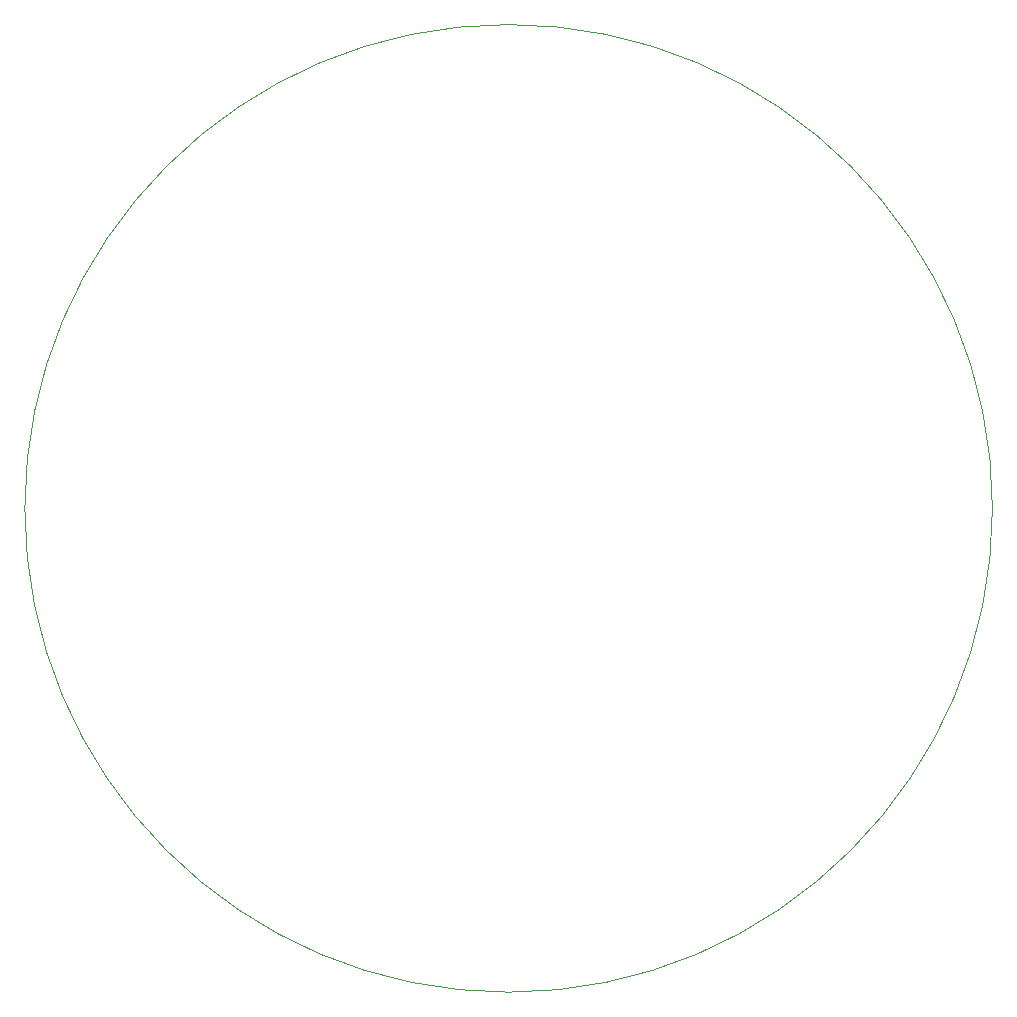
<source format=gm1>
G04 #@! TF.GenerationSoftware,KiCad,Pcbnew,(6.0.8-1)-1*
G04 #@! TF.CreationDate,2023-08-07T08:14:14+01:00*
G04 #@! TF.ProjectId,LED LAMP,4c454420-4c41-44d5-902e-6b696361645f,rev?*
G04 #@! TF.SameCoordinates,Original*
G04 #@! TF.FileFunction,Profile,NP*
%FSLAX46Y46*%
G04 Gerber Fmt 4.6, Leading zero omitted, Abs format (unit mm)*
G04 Created by KiCad (PCBNEW (6.0.8-1)-1) date 2023-08-07 08:14:14*
%MOMM*%
%LPD*%
G01*
G04 APERTURE LIST*
G04 #@! TA.AperFunction,Profile*
%ADD10C,0.100000*%
G04 #@! TD*
G04 APERTURE END LIST*
D10*
X254892097Y-53300000D02*
G75*
G03*
X254892097Y-53300000I-40962097J0D01*
G01*
M02*

</source>
